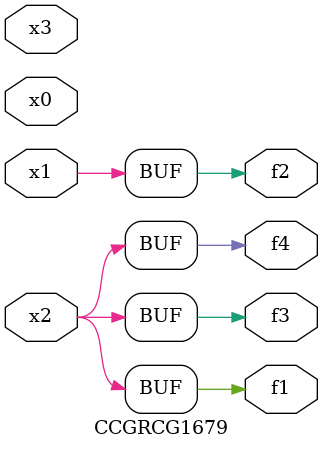
<source format=v>
module CCGRCG1679(
	input x0, x1, x2, x3,
	output f1, f2, f3, f4
);
	assign f1 = x2;
	assign f2 = x1;
	assign f3 = x2;
	assign f4 = x2;
endmodule

</source>
